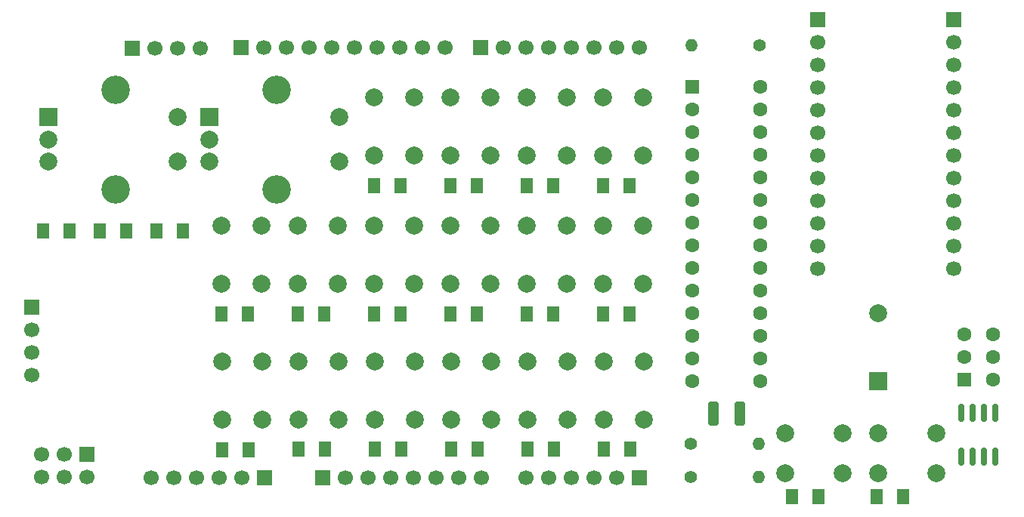
<source format=gbr>
%TF.GenerationSoftware,KiCad,Pcbnew,9.0.1*%
%TF.CreationDate,2025-05-27T17:05:58+05:30*%
%TF.ProjectId,macronardo,6d616372-6f6e-4617-9264-6f2e6b696361,rev?*%
%TF.SameCoordinates,Original*%
%TF.FileFunction,Soldermask,Top*%
%TF.FilePolarity,Negative*%
%FSLAX46Y46*%
G04 Gerber Fmt 4.6, Leading zero omitted, Abs format (unit mm)*
G04 Created by KiCad (PCBNEW 9.0.1) date 2025-05-27 17:05:58*
%MOMM*%
%LPD*%
G01*
G04 APERTURE LIST*
G04 Aperture macros list*
%AMRoundRect*
0 Rectangle with rounded corners*
0 $1 Rounding radius*
0 $2 $3 $4 $5 $6 $7 $8 $9 X,Y pos of 4 corners*
0 Add a 4 corners polygon primitive as box body*
4,1,4,$2,$3,$4,$5,$6,$7,$8,$9,$2,$3,0*
0 Add four circle primitives for the rounded corners*
1,1,$1+$1,$2,$3*
1,1,$1+$1,$4,$5*
1,1,$1+$1,$6,$7*
1,1,$1+$1,$8,$9*
0 Add four rect primitives between the rounded corners*
20,1,$1+$1,$2,$3,$4,$5,0*
20,1,$1+$1,$4,$5,$6,$7,0*
20,1,$1+$1,$6,$7,$8,$9,0*
20,1,$1+$1,$8,$9,$2,$3,0*%
G04 Aperture macros list end*
%ADD10R,1.700000X1.700000*%
%ADD11C,1.700000*%
%ADD12RoundRect,0.250001X-0.462499X-0.624999X0.462499X-0.624999X0.462499X0.624999X-0.462499X0.624999X0*%
%ADD13C,2.000000*%
%ADD14R,2.000000X2.000000*%
%ADD15RoundRect,0.250000X-0.550000X-0.550000X0.550000X-0.550000X0.550000X0.550000X-0.550000X0.550000X0*%
%ADD16C,1.600000*%
%ADD17C,3.200000*%
%ADD18C,1.400000*%
%ADD19O,1.400000X1.400000*%
%ADD20RoundRect,0.150000X0.150000X-0.825000X0.150000X0.825000X-0.150000X0.825000X-0.150000X-0.825000X0*%
%ADD21RoundRect,0.250000X-0.325000X-1.100000X0.325000X-1.100000X0.325000X1.100000X-0.325000X1.100000X0*%
%ADD22R,1.600000X1.600000*%
%ADD23RoundRect,0.250001X0.462499X0.624999X-0.462499X0.624999X-0.462499X-0.624999X0.462499X-0.624999X0*%
G04 APERTURE END LIST*
D10*
%TO.C,J7*%
X201650000Y-49940000D03*
D11*
X201650000Y-52480000D03*
X201650000Y-55020000D03*
X201650000Y-57560000D03*
X201650000Y-60100000D03*
X201650000Y-62640000D03*
X201650000Y-65180000D03*
X201650000Y-67720000D03*
X201650000Y-70260000D03*
X201650000Y-72800000D03*
X201650000Y-75340000D03*
X201650000Y-77880000D03*
%TD*%
D12*
%TO.C,D15*%
X162350000Y-68550000D03*
X165325000Y-68550000D03*
%TD*%
D13*
%TO.C,SW16*%
X193200000Y-96350000D03*
X199700000Y-96350000D03*
X193200000Y-100850001D03*
X199700001Y-100850000D03*
%TD*%
%TO.C,SW0*%
X119700000Y-94850000D03*
X119700000Y-88350000D03*
X124200001Y-94850000D03*
X124200000Y-88349999D03*
%TD*%
%TO.C,SW1*%
X128250000Y-94850000D03*
X128250000Y-88350000D03*
X132750001Y-94850000D03*
X132750000Y-88349999D03*
%TD*%
D12*
%TO.C,D16*%
X99662500Y-73650000D03*
X102637500Y-73650000D03*
%TD*%
%TO.C,D7*%
X128150000Y-82950000D03*
X131125000Y-82950000D03*
%TD*%
%TO.C,D14*%
X153800000Y-68550000D03*
X156775000Y-68550000D03*
%TD*%
%TO.C,D13*%
X145250000Y-68550000D03*
X148225000Y-68550000D03*
%TD*%
%TO.C,D1*%
X128250000Y-98150000D03*
X131225000Y-98150000D03*
%TD*%
D14*
%TO.C,BZ0*%
X193160000Y-90490000D03*
D13*
X193160000Y-82890000D03*
%TD*%
D12*
%TO.C,D23*%
X193000000Y-103500000D03*
X195975000Y-103500000D03*
%TD*%
%TO.C,D8*%
X136700000Y-82950000D03*
X139675000Y-82950000D03*
%TD*%
D15*
%TO.C,U0*%
X172380000Y-57490000D03*
D16*
X172380000Y-60030000D03*
X172380000Y-62570000D03*
X172380000Y-65110000D03*
X172380000Y-67650000D03*
X172380000Y-70190000D03*
X172380000Y-72730000D03*
X172380000Y-75270000D03*
X172380000Y-77810000D03*
X172380000Y-80350000D03*
X172380000Y-82890000D03*
X172380000Y-85430000D03*
X172380000Y-87970000D03*
X172380000Y-90510000D03*
X180000000Y-90510000D03*
X180000000Y-87970000D03*
X180000000Y-85430000D03*
X180000000Y-82890000D03*
X180000000Y-80350000D03*
X180000000Y-77810000D03*
X180000000Y-75270000D03*
X180000000Y-72730000D03*
X180000000Y-70190000D03*
X180000000Y-67650000D03*
X180000000Y-65110000D03*
X180000000Y-62570000D03*
X180000000Y-60030000D03*
X180000000Y-57490000D03*
%TD*%
D13*
%TO.C,SW15*%
X162350000Y-65200000D03*
X162350000Y-58700000D03*
X166850001Y-65200000D03*
X166850000Y-58699999D03*
%TD*%
%TO.C,SW2*%
X136800000Y-94850000D03*
X136800000Y-88350000D03*
X141300001Y-94850000D03*
X141300000Y-88349999D03*
%TD*%
%TO.C,SW5*%
X162450001Y-94850000D03*
X162450001Y-88350000D03*
X166950002Y-94850000D03*
X166950001Y-88349999D03*
%TD*%
D14*
%TO.C,ENC0*%
X100250000Y-60900000D03*
D13*
X100250000Y-65900000D03*
X100250000Y-63400000D03*
D17*
X107750000Y-57800000D03*
X107750000Y-69000000D03*
D13*
X114750000Y-65900000D03*
X114750000Y-60900000D03*
%TD*%
D18*
%TO.C,R2*%
X179910000Y-52850000D03*
D19*
X172290000Y-52850000D03*
%TD*%
D13*
%TO.C,SW7*%
X128150000Y-79600000D03*
X128150000Y-73100000D03*
X132650001Y-79600000D03*
X132650000Y-73099999D03*
%TD*%
D12*
%TO.C,D12*%
X136700000Y-68550000D03*
X139675000Y-68550000D03*
%TD*%
D13*
%TO.C,SW13*%
X145250000Y-65200000D03*
X145250000Y-58700000D03*
X149750001Y-65200000D03*
X149750000Y-58699999D03*
%TD*%
D12*
%TO.C,D11*%
X162350000Y-82950000D03*
X165325000Y-82950000D03*
%TD*%
D13*
%TO.C,SW11*%
X162350000Y-79600000D03*
X162350000Y-73100000D03*
X166850001Y-79600000D03*
X166850000Y-73099999D03*
%TD*%
%TO.C,SW17*%
X182750000Y-96350000D03*
X189250000Y-96350000D03*
X182750000Y-100850001D03*
X189250001Y-100850000D03*
%TD*%
D10*
%TO.C,J0*%
X98400000Y-82190000D03*
D11*
X98400000Y-84730000D03*
X98400000Y-87269999D03*
X98400000Y-89810000D03*
%TD*%
D13*
%TO.C,SW6*%
X119600000Y-79600000D03*
X119600000Y-73100000D03*
X124100001Y-79600000D03*
X124100000Y-73099999D03*
%TD*%
D18*
%TO.C,R0*%
X172190000Y-97550000D03*
D19*
X179810000Y-97550000D03*
%TD*%
D12*
%TO.C,D2*%
X136800000Y-98150000D03*
X139775000Y-98150000D03*
%TD*%
D20*
%TO.C,U1*%
X202495000Y-99025000D03*
X203765000Y-99025000D03*
X205035000Y-99025000D03*
X206305000Y-99025000D03*
X206305000Y-94075000D03*
X205035000Y-94075000D03*
X203765000Y-94075000D03*
X202495000Y-94075000D03*
%TD*%
D12*
%TO.C,D9*%
X145250000Y-82950000D03*
X148225000Y-82950000D03*
%TD*%
%TO.C,D10*%
X153800000Y-82950000D03*
X156775000Y-82950000D03*
%TD*%
%TO.C,D0*%
X119700000Y-98200000D03*
X122675000Y-98200000D03*
%TD*%
D13*
%TO.C,SW14*%
X153800000Y-65200000D03*
X153800000Y-58700000D03*
X158300001Y-65200000D03*
X158300000Y-58699999D03*
%TD*%
D10*
%TO.C,J9*%
X124490000Y-101390000D03*
D11*
X121950000Y-101390000D03*
X119410001Y-101390000D03*
X116870000Y-101390000D03*
X114330000Y-101390000D03*
X111790000Y-101390000D03*
%TD*%
D13*
%TO.C,SW3*%
X145350000Y-94850000D03*
X145350000Y-88350000D03*
X149850001Y-94850000D03*
X149850000Y-88349999D03*
%TD*%
%TO.C,SW4*%
X153900000Y-94850000D03*
X153900000Y-88350000D03*
X158400001Y-94850000D03*
X158400000Y-88349999D03*
%TD*%
D12*
%TO.C,D17*%
X105962500Y-73650000D03*
X108937500Y-73650000D03*
%TD*%
D13*
%TO.C,SW12*%
X136700000Y-65200000D03*
X136700000Y-58700000D03*
X141200001Y-65200000D03*
X141200000Y-58699999D03*
%TD*%
D21*
%TO.C,C0*%
X174774999Y-94150000D03*
X177725001Y-94150000D03*
%TD*%
D13*
%TO.C,SW9*%
X145250000Y-79600000D03*
X145250000Y-73100000D03*
X149750001Y-79600000D03*
X149750000Y-73099999D03*
%TD*%
D12*
%TO.C,D5*%
X162450000Y-98150000D03*
X165425000Y-98150000D03*
%TD*%
D13*
%TO.C,SW10*%
X153800000Y-79600000D03*
X153800000Y-73100000D03*
X158300001Y-79600000D03*
X158300000Y-73099999D03*
%TD*%
D10*
%TO.C,J2*%
X186400000Y-49940000D03*
D11*
X186400000Y-52480000D03*
X186400000Y-55020000D03*
X186400000Y-57560000D03*
X186400000Y-60100000D03*
X186400000Y-62640000D03*
X186400000Y-65180000D03*
X186400000Y-67720000D03*
X186400000Y-70260000D03*
X186400000Y-72800000D03*
X186400000Y-75340000D03*
X186400000Y-77880000D03*
%TD*%
D12*
%TO.C,D6*%
X119600000Y-82950000D03*
X122575000Y-82950000D03*
%TD*%
D14*
%TO.C,ENC1*%
X118300000Y-60900000D03*
D13*
X118300000Y-65900000D03*
X118300000Y-63400000D03*
D17*
X125800000Y-57800000D03*
X125800000Y-69000000D03*
D13*
X132800000Y-65900000D03*
X132800000Y-60900000D03*
%TD*%
D22*
%TO.C,SW18*%
X202850001Y-90307500D03*
D16*
X202850001Y-87807500D03*
X202850001Y-85307500D03*
X206050001Y-90307500D03*
X206050001Y-87807500D03*
X206050001Y-85307500D03*
%TD*%
D18*
%TO.C,R1*%
X172200000Y-101300000D03*
D19*
X179820000Y-101300000D03*
%TD*%
D12*
%TO.C,D3*%
X145350000Y-98150000D03*
X148325000Y-98150000D03*
%TD*%
%TO.C,D18*%
X112312500Y-73650000D03*
X115287500Y-73650000D03*
%TD*%
%TO.C,D4*%
X153900000Y-98150000D03*
X156875000Y-98150000D03*
%TD*%
D13*
%TO.C,SW8*%
X136700000Y-79600000D03*
X136700000Y-73100000D03*
X141200001Y-79600000D03*
X141200000Y-73099999D03*
%TD*%
D23*
%TO.C,D24*%
X186487500Y-103500000D03*
X183512500Y-103500000D03*
%TD*%
D10*
%TO.C,J8*%
X104540000Y-98725000D03*
D11*
X104540000Y-101265000D03*
X102000000Y-98725000D03*
X102000000Y-101265000D03*
X99460001Y-98725000D03*
X99460000Y-101265000D03*
%TD*%
D10*
%TO.C,J3*%
X166450000Y-101350000D03*
D11*
X163910000Y-101350000D03*
X161370001Y-101350000D03*
X158830000Y-101350000D03*
X156290000Y-101350000D03*
X153750000Y-101350000D03*
%TD*%
D10*
%TO.C,J4*%
X130930001Y-101350000D03*
D11*
X133470001Y-101350000D03*
X136010000Y-101350000D03*
X138550001Y-101350000D03*
X141090001Y-101350000D03*
X143630001Y-101350000D03*
X146170001Y-101350000D03*
X148710002Y-101350000D03*
%TD*%
D10*
%TO.C,J5*%
X148690000Y-53100002D03*
D11*
X151230000Y-53100002D03*
X153769999Y-53100002D03*
X156310000Y-53100002D03*
X158850000Y-53100002D03*
X161390000Y-53100002D03*
X163930000Y-53100002D03*
X166470001Y-53100002D03*
%TD*%
D10*
%TO.C,J1*%
X109630000Y-53200000D03*
D11*
X112170000Y-53200000D03*
X114709999Y-53200000D03*
X117250000Y-53200000D03*
%TD*%
D10*
%TO.C,J6*%
X121829999Y-53100000D03*
D11*
X124369999Y-53100000D03*
X126909998Y-53100000D03*
X129449999Y-53100000D03*
X131989999Y-53100000D03*
X134529999Y-53100000D03*
X137069999Y-53100000D03*
X139610000Y-53100000D03*
X142149999Y-53100000D03*
X144689999Y-53100000D03*
%TD*%
M02*

</source>
